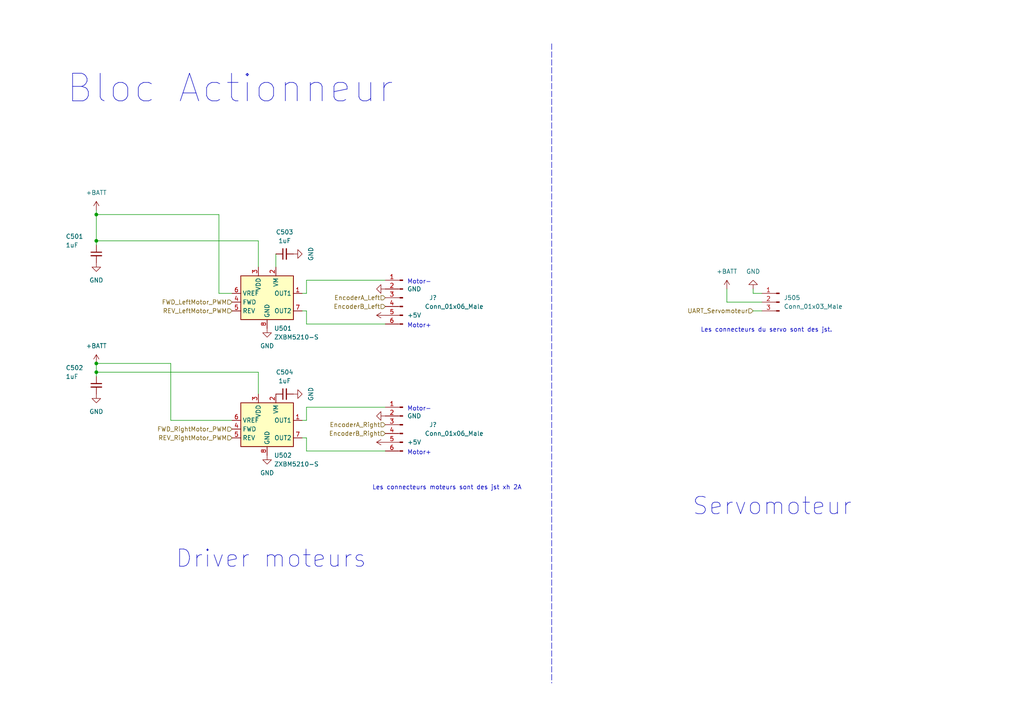
<source format=kicad_sch>
(kicad_sch (version 20211123) (generator eeschema)
  (paper "A4")
  (title_block (title "Actuators") (date "2022-10-06") (company "ENSEA"))
  (lib_symbols
    (symbol "Connector:Conn_01x03_Male" (pin_names (offset 1.016) hide)
      (property "Reference" "J" (at 0 5.08 0))
      (property "Value" "Conn_01x03_Male" (at 0 -5.08 0))
      (symbol "Conn_01x03_Male_1_1"
        (polyline (pts (xy 1.27 -2.54) (xy 0.8636 -2.54)) (stroke (width 0.1524)))
        (polyline (pts (xy 1.27 0) (xy 0.8636 0)) (stroke (width 0.1524)))
        (polyline (pts (xy 1.27 2.54) (xy 0.8636 2.54)) (stroke (width 0.1524)))
        (rectangle (start 0.8636 -2.413) (end 0 -2.667) (stroke (width 0.1524)) (fill (type outline)))
        (rectangle (start 0.8636 0.127) (end 0 -0.127) (stroke (width 0.1524)) (fill (type outline)))
        (rectangle (start 0.8636 2.667) (end 0 2.413) (stroke (width 0.1524)) (fill (type outline)))
        (pin passive line (at 5.08 2.54 180) (length 3.81) (name "Pin_1") (number "1"))
        (pin passive line (at 5.08 0 180) (length 3.81) (name "Pin_2") (number "2"))
        (pin passive line (at 5.08 -2.54 180) (length 3.81) (name "Pin_3") (number "3"))
      )
    )
    (symbol "Connector:Conn_01x06_Male" (pin_names (offset 1.016) hide)
      (property "Reference" "J" (at 0 7.62 0))
      (property "Value" "Conn_01x06_Male" (at 0 -10.16 0))
      (symbol "Conn_01x06_Male_1_1"
        (polyline (pts (xy 1.27 -7.62) (xy 0.8636 -7.62)) (stroke (width 0.1524)))
        (polyline (pts (xy 1.27 -5.08) (xy 0.8636 -5.08)) (stroke (width 0.1524)))
        (polyline (pts (xy 1.27 -2.54) (xy 0.8636 -2.54)) (stroke (width 0.1524)))
        (polyline (pts (xy 1.27 0) (xy 0.8636 0)) (stroke (width 0.1524)))
        (polyline (pts (xy 1.27 2.54) (xy 0.8636 2.54)) (stroke (width 0.1524)))
        (polyline (pts (xy 1.27 5.08) (xy 0.8636 5.08)) (stroke (width 0.1524)))
        (rectangle (start 0.8636 -7.493) (end 0 -7.747) (stroke (width 0.1524)) (fill (type outline)))
        (rectangle (start 0.8636 -4.953) (end 0 -5.207) (stroke (width 0.1524)) (fill (type outline)))
        (rectangle (start 0.8636 -2.413) (end 0 -2.667) (stroke (width 0.1524)) (fill (type outline)))
        (rectangle (start 0.8636 0.127) (end 0 -0.127) (stroke (width 0.1524)) (fill (type outline)))
        (rectangle (start 0.8636 2.667) (end 0 2.413) (stroke (width 0.1524)) (fill (type outline)))
        (rectangle (start 0.8636 5.207) (end 0 4.953) (stroke (width 0.1524)) (fill (type outline)))
        (pin passive line (at 5.08 5.08 180) (length 3.81) (name "Pin_1") (number "1"))
        (pin passive line (at 5.08 2.54 180) (length 3.81) (name "Pin_2") (number "2"))
        (pin passive line (at 5.08 0 180) (length 3.81) (name "Pin_3") (number "3"))
        (pin passive line (at 5.08 -2.54 180) (length 3.81) (name "Pin_4") (number "4"))
        (pin passive line (at 5.08 -5.08 180) (length 3.81) (name "Pin_5") (number "5"))
        (pin passive line (at 5.08 -7.62 180) (length 3.81) (name "Pin_6") (number "6"))
      )
    )
    (symbol "Device:C_Small" (pin_numbers hide) (pin_names (offset 0.254) hide)
      (property "Reference" "C" (at 0.254 1.778 0))
      (property "Value" "C_Small" (at 0.254 -2.032 0))
      (symbol "C_Small_0_1"
        (polyline (pts (xy -1.524 -0.508) (xy 1.524 -0.508)) (stroke (width 0.3302)))
        (polyline (pts (xy -1.524 0.508) (xy 1.524 0.508)) (stroke (width 0.3048)))
      )
      (symbol "C_Small_1_1"
        (pin passive line (at 0 2.54 270) (length 2.032) (name "~") (number "1"))
        (pin passive line (at 0 -2.54 90) (length 2.032) (name "~") (number "2"))
      )
    )
    (symbol "Driver_Motor:ZXBM5210-S"
      (property "Reference" "U" (at -7.62 8.89 0))
      (property "Value" "ZXBM5210-S" (at 10.16 8.89 0))
      (symbol "ZXBM5210-S_0_0"
        (pin output line (at 10.16 2.54 180) (length 2.54) (name "OUT1") (number "1"))
        (pin power_in line (at 2.54 10.16 270) (length 2.54) (name "VM") (number "2"))
        (pin power_in line (at -2.54 10.16 270) (length 2.54) (name "VDD") (number "3"))
        (pin input line (at -10.16 0 0) (length 2.54) (name "FWD") (number "4"))
        (pin input line (at -10.16 -2.54 0) (length 2.54) (name "REV") (number "5"))
        (pin input line (at -10.16 2.54 0) (length 2.54) (name "VREF") (number "6"))
        (pin output line (at 10.16 -2.54 180) (length 2.54) (name "OUT2") (number "7"))
        (pin power_in line (at 0 -7.62 90) (length 2.54) (name "GND") (number "8"))
      )
      (symbol "ZXBM5210-S_0_1"
        (rectangle (start -7.62 7.62) (end 7.62 -5.08) (stroke (width 0.254)) (fill (type background)))
      )
    )
    (symbol "power:+5V" (power) (pin_names (offset 0))
      (property "Value" "+5V" (at 0 3.556 0))
      (symbol "+5V_0_1"
        (polyline (pts (xy -0.762 1.27) (xy 0 2.54)))
        (polyline (pts (xy 0 0) (xy 0 2.54)))
        (polyline (pts (xy 0 2.54) (xy 0.762 1.27)))
      )
      (symbol "+5V_1_1"
        (pin power_in line (at 0 0 90) (length 0) hide (name "+5V") (number "1"))
      )
    )
    (symbol "power:+BATT" (power) (pin_names (offset 0))
      (property "Value" "+BATT" (at 0 3.556 0))
      (symbol "+BATT_0_1"
        (polyline (pts (xy -0.762 1.27) (xy 0 2.54)))
        (polyline (pts (xy 0 0) (xy 0 2.54)))
        (polyline (pts (xy 0 2.54) (xy 0.762 1.27)))
      )
      (symbol "+BATT_1_1"
        (pin power_in line (at 0 0 90) (length 0) hide (name "+BATT") (number "1"))
      )
    )
    (symbol "power:GND" (power) (pin_names (offset 0))
      (property "Value" "GND" (at 0 -3.81 0))
      (symbol "GND_0_1"
        (polyline (pts (xy 0 0) (xy 0 -1.27) (xy 1.27 -1.27) (xy 0 -2.54) (xy -1.27 -1.27) (xy 0 -1.27)))
      )
      (symbol "GND_1_1"
        (pin power_in line (at 0 0 270) (length 0) hide (name "GND") (number "1"))
      )
    )
  )
  (junction (at 27.94 62.23))
  (junction (at 27.94 107.95))
  (junction (at 27.94 69.85))
  (junction (at 27.94 105.41))
  (polyline (pts (xy 160.02 12.7) (xy 160.02 198.12)))
  (wire (pts (xy 88.9 121.92) (xy 88.9 118.11)))
  (wire (pts (xy 210.82 83.82) (xy 210.82 87.63)))
  (wire (pts (xy 218.44 85.09) (xy 220.98 85.09)))
  (wire (pts (xy 27.94 107.95) (xy 74.93 107.95)))
  (wire (pts (xy 210.82 87.63) (xy 220.98 87.63)))
  (wire (pts (xy 74.93 107.95) (xy 74.93 114.3)))
  (wire (pts (xy 27.94 107.95) (xy 27.94 109.22)))
  (wire (pts (xy 88.9 130.81) (xy 111.76 130.81)))
  (wire (pts (xy 74.93 69.85) (xy 74.93 77.47)))
  (wire (pts (xy 88.9 85.09) (xy 87.63 85.09)))
  (wire (pts (xy 27.94 62.23) (xy 63.5 62.23)))
  (wire (pts (xy 27.94 62.23) (xy 27.94 69.85)))
  (wire (pts (xy 88.9 85.09) (xy 88.9 81.28)))
  (wire (pts (xy 87.63 90.17) (xy 88.9 90.17)))
  (wire (pts (xy 27.94 69.85) (xy 74.93 69.85)))
  (wire (pts (xy 27.94 69.85) (xy 27.94 71.12)))
  (wire (pts (xy 49.53 105.41) (xy 27.94 105.41)))
  (wire (pts (xy 88.9 118.11) (xy 111.76 118.11)))
  (wire (pts (xy 49.53 121.92) (xy 67.31 121.92)))
  (wire (pts (xy 27.94 60.96) (xy 27.94 62.23)))
  (wire (pts (xy 87.63 127) (xy 88.9 127)))
  (wire (pts (xy 88.9 93.98) (xy 111.76 93.98)))
  (wire (pts (xy 80.01 73.66) (xy 80.01 77.47)))
  (wire (pts (xy 218.44 90.17) (xy 220.98 90.17)))
  (wire (pts (xy 87.63 121.92) (xy 88.9 121.92)))
  (wire (pts (xy 63.5 62.23) (xy 63.5 85.09)))
  (wire (pts (xy 88.9 81.28) (xy 111.76 81.28)))
  (wire (pts (xy 88.9 90.17) (xy 88.9 93.98)))
  (wire (pts (xy 67.31 85.09) (xy 63.5 85.09)))
  (wire (pts (xy 27.94 105.41) (xy 27.94 107.95)))
  (wire (pts (xy 88.9 127) (xy 88.9 130.81)))
  (wire (pts (xy 49.53 121.92) (xy 49.53 105.41)))
  (wire (pts (xy 218.44 83.82) (xy 218.44 85.09)))
  (text "Driver moteurs\n" (at 50.8 165.1 0) (effects (font (size 5 5)) (justify left bottom)))
  (text "Les connecteurs moteurs sont des jst xh 2A" (at 107.95 142.24 0) (effects (font (size 1.27 1.27)) (justify left bottom)))
  (text "Motor-" (at 118.11 82.55 0) (effects (font (size 1.27 1.27)) (justify left bottom)))
  (text "Motor+" (at 118.11 132.08 0) (effects (font (size 1.27 1.27)) (justify left bottom)))
  (text "Servomoteur" (at 200.66 149.86 0) (effects (font (size 5 5)) (justify left bottom)))
  (text "Motor+" (at 118.11 95.25 0) (effects (font (size 1.27 1.27)) (justify left bottom)))
  (text "Les connecteurs du servo sont des jst." (at 203.2 96.52 0) (effects (font (size 1.27 1.27)) (justify left bottom)))
  (text "Motor-" (at 118.11 119.38 0) (effects (font (size 1.27 1.27)) (justify left bottom)))
  (text "Bloc Actionneur" (at 19.05 30.48 0) (effects (font (size 8 8)) (justify left bottom)))
  (hierarchical_label "FWD_RightMotor_PWM" (shape input) (at 67.31 124.46 180))
  (hierarchical_label "UART_Servomoteur" (shape input) (at 218.44 90.17 180))
  (hierarchical_label "EncoderB_Right" (shape input) (at 111.76 125.73 180))
  (hierarchical_label "EncoderA_Right" (shape input) (at 111.76 123.19 180))
  (hierarchical_label "REV_RightMotor_PWM" (shape input) (at 67.31 127 180))
  (hierarchical_label "EncoderA_Left" (shape input) (at 111.76 86.36 180))
  (hierarchical_label "REV_LeftMotor_PWM" (shape input) (at 67.31 90.17 180))
  (hierarchical_label "FWD_LeftMotor_PWM" (shape input) (at 67.31 87.63 180))
  (hierarchical_label "EncoderB_Left" (shape input) (at 111.76 88.9 180))
  (symbol (lib_id "power:+5V") (at 111.76 91.44 90) (unit 1)
    (property "Reference" "#PWR?" (effects hide))
    (property "Value" "+5V" (at 118.11 91.44 90) (effects (justify right)))
  )
  (symbol (lib_id "power:GND") (at 27.94 114.3 0) (unit 1)
    (property "Reference" "#PWR0502" (effects hide))
    (property "Value" "GND" (at 27.94 119.38 0))
  )
  (symbol (lib_id "Driver_Motor:ZXBM5210-S") (at 77.47 124.46 0) (unit 1)
    (property "Reference" "U502" (at 79.4894 132.08 0) (effects (justify left)))
    (property "Value" "ZXBM5210-S" (at 79.4894 134.62 0) (effects (justify left)))
    (property "Footprint" "Package_SO:SOIC-8_3.9x4.9mm_P1.27mm" (effects hide))
    (property "Datasheet" "https://www.diodes.com/assets/Datasheets/ZXBM5210.pdf" (effects hide))
  )
  (symbol (lib_id "Connector:Conn_01x06_Male") (at 116.84 123.19 0) (mirror y) (unit 1)
    (property "Reference" "J?" (at 124.46 123.19 0) (effects (justify right)))
    (property "Value" "Conn_01x06_Male" (at 123.19 125.73 0) (effects (justify right)))
  )
  (symbol (lib_id "power:GND") (at 218.44 83.82 180) (unit 1)
    (property "Reference" "#PWR0512" (effects hide))
    (property "Value" "GND" (at 218.44 78.74 0))
  )
  (symbol (lib_id "Device:C_Small") (at 82.55 114.3 90) (unit 1)
    (property "Reference" "C504" (at 82.5563 107.95 90))
    (property "Value" "1uF" (at 82.5563 110.49 90))
  )
  (symbol (lib_id "Connector:Conn_01x03_Male") (at 226.06 87.63 0) (mirror y) (unit 1)
    (property "Reference" "J505" (at 227.33 86.3599 0) (effects (justify right)))
    (property "Value" "Conn_01x03_Male" (at 227.33 88.8999 0) (effects (justify right)))
  )
  (symbol (lib_id "power:GND") (at 111.76 120.65 270) (unit 1)
    (property "Reference" "#PWR?" (effects hide))
    (property "Value" "GND" (at 118.11 120.65 90) (effects (justify left)))
  )
  (symbol (lib_id "Device:C_Small") (at 27.94 111.76 0) (unit 1)
    (property "Reference" "C502" (at 19.05 106.68 0) (effects (justify left)))
    (property "Value" "1uF" (at 19.05 109.22 0) (effects (justify left)))
  )
  (symbol (lib_id "power:GND") (at 85.09 73.66 90) (unit 1)
    (property "Reference" "#PWR0507" (effects hide))
    (property "Value" "GND" (at 90.17 73.66 0))
  )
  (symbol (lib_id "power:GND") (at 85.09 114.3 90) (unit 1)
    (property "Reference" "#PWR0508" (effects hide))
    (property "Value" "GND" (at 90.17 114.3 0))
  )
  (symbol (lib_id "Driver_Motor:ZXBM5210-S") (at 77.47 87.63 0) (unit 1)
    (property "Reference" "U501" (at 79.4894 95.25 0) (effects (justify left)))
    (property "Value" "ZXBM5210-S" (at 79.4894 97.79 0) (effects (justify left)))
    (property "Footprint" "Package_SO:SOIC-8_3.9x4.9mm_P1.27mm" (effects hide))
    (property "Datasheet" "https://www.diodes.com/assets/Datasheets/ZXBM5210.pdf" (effects hide))
  )
  (symbol (lib_id "power:GND") (at 77.47 95.25 0) (unit 1)
    (property "Reference" "#PWR0505" (effects hide))
    (property "Value" "GND" (at 77.47 100.33 0))
  )
  (symbol (lib_id "power:GND") (at 77.47 132.08 0) (unit 1)
    (property "Reference" "#PWR0506" (effects hide))
    (property "Value" "GND" (at 77.47 137.16 0))
  )
  (symbol (lib_id "Connector:Conn_01x06_Male") (at 116.84 86.36 0) (mirror y) (unit 1)
    (property "Reference" "J?" (at 124.46 86.36 0) (effects (justify right)))
    (property "Value" "Conn_01x06_Male" (at 123.19 88.9 0) (effects (justify right)))
  )
  (symbol (lib_id "power:+BATT") (at 210.82 83.82 0) (unit 1)
    (property "Reference" "#PWR0511" (effects hide))
    (property "Value" "+BATT" (at 210.82 78.74 0))
  )
  (symbol (lib_id "Device:C_Small") (at 82.55 73.66 90) (unit 1)
    (property "Reference" "C503" (at 82.5563 67.31 90))
    (property "Value" "1uF" (at 82.5563 69.85 90))
  )
  (symbol (lib_id "power:+BATT") (at 27.94 60.96 0) (unit 1)
    (property "Reference" "#PWR0501" (effects hide))
    (property "Value" "+BATT" (at 27.94 55.88 0))
  )
  (symbol (lib_id "power:GND") (at 111.76 83.82 270) (unit 1)
    (property "Reference" "#PWR?" (effects hide))
    (property "Value" "GND" (at 118.11 83.82 90) (effects (justify left)))
  )
  (symbol (lib_id "Device:C_Small") (at 27.94 73.66 0) (unit 1)
    (property "Reference" "C501" (at 19.05 68.58 0) (effects (justify left)))
    (property "Value" "1uF" (at 19.05 71.12 0) (effects (justify left)))
  )
  (symbol (lib_id "power:GND") (at 27.94 76.2 0) (unit 1)
    (property "Reference" "#PWR0502" (effects hide))
    (property "Value" "GND" (at 27.94 81.28 0))
  )
  (symbol (lib_id "power:+BATT") (at 27.94 105.41 0) (unit 1)
    (property "Reference" "#PWR0503" (effects hide))
    (property "Value" "+BATT" (at 27.94 100.33 0))
  )
  (symbol (lib_id "power:+5V") (at 111.76 128.27 90) (unit 1)
    (property "Reference" "#PWR?" (effects hide))
    (property "Value" "+5V" (at 118.11 128.27 90) (effects (justify right)))
  )
)
</source>
